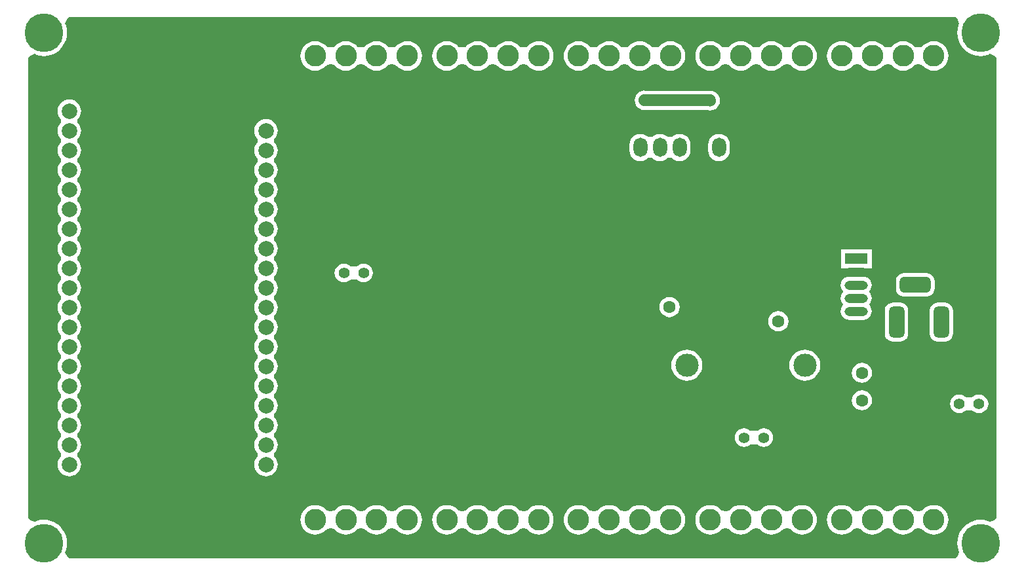
<source format=gtl>
G04 Layer_Physical_Order=1*
G04 Layer_Color=255*
%FSLAX25Y25*%
%MOIN*%
G70*
G01*
G75*
%ADD10C,0.05905*%
%ADD11C,0.01968*%
%ADD12C,0.06000*%
%ADD13C,0.05512*%
%ADD14C,0.11024*%
G04:AMPARAMS|DCode=15|XSize=157.48mil|YSize=78.74mil|CornerRadius=19.68mil|HoleSize=0mil|Usage=FLASHONLY|Rotation=0.000|XOffset=0mil|YOffset=0mil|HoleType=Round|Shape=RoundedRectangle|*
%AMROUNDEDRECTD15*
21,1,0.15748,0.03937,0,0,0.0*
21,1,0.11811,0.07874,0,0,0.0*
1,1,0.03937,0.05905,-0.01968*
1,1,0.03937,-0.05905,-0.01968*
1,1,0.03937,-0.05905,0.01968*
1,1,0.03937,0.05905,0.01968*
%
%ADD15ROUNDEDRECTD15*%
G04:AMPARAMS|DCode=16|XSize=157.48mil|YSize=78.74mil|CornerRadius=19.68mil|HoleSize=0mil|Usage=FLASHONLY|Rotation=270.000|XOffset=0mil|YOffset=0mil|HoleType=Round|Shape=RoundedRectangle|*
%AMROUNDEDRECTD16*
21,1,0.15748,0.03937,0,0,270.0*
21,1,0.11811,0.07874,0,0,270.0*
1,1,0.03937,-0.01968,-0.05905*
1,1,0.03937,-0.01968,0.05905*
1,1,0.03937,0.01968,0.05905*
1,1,0.03937,0.01968,-0.05905*
%
%ADD16ROUNDEDRECTD16*%
%ADD17C,0.11811*%
%ADD18C,0.07874*%
%ADD19C,0.06299*%
%ADD20O,0.11811X0.04724*%
%ADD21R,0.11811X0.05512*%
%ADD22O,0.07087X0.09842*%
%ADD23C,0.19685*%
G36*
X236387Y136555D02*
X237204Y134646D01*
X236764Y133582D01*
X236330Y131775D01*
X236184Y129921D01*
X236330Y128068D01*
X236764Y126260D01*
X237475Y124543D01*
X238447Y122957D01*
X239654Y121544D01*
X241068Y120336D01*
X242653Y119365D01*
X244370Y118654D01*
X246178Y118220D01*
X248031Y118074D01*
X249885Y118220D01*
X251693Y118654D01*
X252758Y119095D01*
X254663Y118280D01*
X255908Y117202D01*
X255936Y-117219D01*
X254632Y-118327D01*
X252787Y-119107D01*
X251693Y-118654D01*
X249885Y-118220D01*
X248031Y-118074D01*
X246178Y-118220D01*
X244370Y-118654D01*
X242653Y-119365D01*
X241068Y-120336D01*
X239654Y-121544D01*
X238447Y-122957D01*
X237475Y-124543D01*
X236764Y-126260D01*
X236330Y-128068D01*
X236184Y-129921D01*
X236330Y-131775D01*
X236764Y-133582D01*
X237204Y-134646D01*
X236387Y-136555D01*
X235311Y-137795D01*
X-215625D01*
X-216702Y-136555D01*
X-217519Y-134646D01*
X-217079Y-133582D01*
X-216645Y-131775D01*
X-216499Y-129921D01*
X-216645Y-128068D01*
X-217079Y-126260D01*
X-217790Y-124543D01*
X-218762Y-122957D01*
X-219969Y-121544D01*
X-221383Y-120336D01*
X-222968Y-119365D01*
X-224685Y-118654D01*
X-226493Y-118220D01*
X-228346Y-118074D01*
X-230200Y-118220D01*
X-232008Y-118654D01*
X-233071Y-119094D01*
X-234980Y-118277D01*
X-236221Y-117200D01*
X-236221Y117200D01*
X-234980Y118277D01*
X-233071Y119094D01*
X-232008Y118654D01*
X-230200Y118220D01*
X-228346Y118074D01*
X-226493Y118220D01*
X-224685Y118654D01*
X-222968Y119365D01*
X-221383Y120336D01*
X-219969Y121544D01*
X-218762Y122957D01*
X-217790Y124543D01*
X-217079Y126260D01*
X-216645Y128068D01*
X-216499Y129921D01*
X-216645Y131775D01*
X-217079Y133582D01*
X-217519Y134646D01*
X-216702Y136555D01*
X-215625Y137795D01*
X235311D01*
X236387Y136555D01*
D02*
G37*
%LPC*%
G36*
X247178Y-54264D02*
X245945Y-54426D01*
X244795Y-54902D01*
X244162Y-55388D01*
X243546Y-55659D01*
X240810D01*
X240194Y-55388D01*
X239561Y-54902D01*
X238411Y-54426D01*
X237178Y-54264D01*
X235945Y-54426D01*
X234795Y-54902D01*
X233808Y-55659D01*
X233051Y-56646D01*
X232575Y-57796D01*
X232413Y-59029D01*
X232575Y-60262D01*
X233051Y-61411D01*
X233808Y-62398D01*
X234795Y-63156D01*
X235945Y-63632D01*
X237178Y-63794D01*
X238411Y-63632D01*
X239561Y-63156D01*
X240194Y-62669D01*
X240810Y-62398D01*
X243546D01*
X244162Y-62669D01*
X244795Y-63156D01*
X245945Y-63632D01*
X247178Y-63794D01*
X248411Y-63632D01*
X249561Y-63156D01*
X250548Y-62398D01*
X251305Y-61411D01*
X251781Y-60262D01*
X251943Y-59029D01*
X251781Y-57796D01*
X251305Y-56646D01*
X250548Y-55659D01*
X249561Y-54902D01*
X248411Y-54426D01*
X247178Y-54264D01*
D02*
G37*
G36*
X137712Y-71490D02*
X136479Y-71652D01*
X135330Y-72128D01*
X134696Y-72615D01*
X134081Y-72886D01*
X131344D01*
X130729Y-72615D01*
X130095Y-72128D01*
X128946Y-71652D01*
X127712Y-71490D01*
X126479Y-71652D01*
X125330Y-72128D01*
X124343Y-72886D01*
X123586Y-73873D01*
X123110Y-75022D01*
X122947Y-76255D01*
X123110Y-77488D01*
X123586Y-78638D01*
X124343Y-79625D01*
X125330Y-80382D01*
X126479Y-80858D01*
X127712Y-81020D01*
X128946Y-80858D01*
X130095Y-80382D01*
X130729Y-79896D01*
X131344Y-79625D01*
X134081D01*
X134696Y-79896D01*
X135330Y-80382D01*
X136479Y-80858D01*
X137712Y-81020D01*
X138946Y-80858D01*
X140095Y-80382D01*
X141082Y-79625D01*
X141839Y-78638D01*
X142315Y-77488D01*
X142478Y-76255D01*
X142315Y-75022D01*
X141839Y-73873D01*
X141082Y-72886D01*
X140095Y-72128D01*
X138946Y-71652D01*
X137712Y-71490D01*
D02*
G37*
G36*
X187634Y-52103D02*
X186298Y-52279D01*
X185053Y-52794D01*
X183984Y-53615D01*
X183163Y-54684D01*
X182648Y-55929D01*
X182472Y-57265D01*
X182648Y-58601D01*
X183163Y-59846D01*
X183984Y-60915D01*
X185053Y-61735D01*
X186298Y-62251D01*
X187634Y-62427D01*
X188970Y-62251D01*
X190215Y-61735D01*
X191284Y-60915D01*
X192105Y-59846D01*
X192620Y-58601D01*
X192796Y-57265D01*
X192620Y-55929D01*
X192105Y-54684D01*
X191284Y-53615D01*
X190215Y-52794D01*
X188970Y-52279D01*
X187634Y-52103D01*
D02*
G37*
G36*
X158637Y-31536D02*
X157093Y-31688D01*
X155609Y-32139D01*
X154241Y-32870D01*
X153042Y-33854D01*
X152058Y-35053D01*
X151327Y-36421D01*
X150877Y-37905D01*
X150725Y-39449D01*
X150877Y-40992D01*
X151327Y-42476D01*
X152058Y-43844D01*
X153042Y-45043D01*
X154241Y-46027D01*
X155609Y-46758D01*
X157093Y-47209D01*
X158637Y-47361D01*
X160180Y-47209D01*
X161665Y-46758D01*
X163033Y-46027D01*
X164232Y-45043D01*
X165216Y-43844D01*
X165947Y-42476D01*
X166397Y-40992D01*
X166549Y-39449D01*
X166397Y-37905D01*
X165947Y-36421D01*
X165216Y-35053D01*
X164232Y-33854D01*
X163033Y-32870D01*
X161665Y-32139D01*
X160180Y-31688D01*
X158637Y-31536D01*
D02*
G37*
G36*
X207213Y-7563D02*
X203276D01*
X202249Y-7698D01*
X201291Y-8095D01*
X200469Y-8726D01*
X199838Y-9548D01*
X199441Y-10506D01*
X199305Y-11534D01*
Y-23345D01*
X199441Y-24372D01*
X199838Y-25330D01*
X200469Y-26153D01*
X201291Y-26784D01*
X202249Y-27180D01*
X203276Y-27316D01*
X207213D01*
X208241Y-27180D01*
X209199Y-26784D01*
X210021Y-26153D01*
X210652Y-25330D01*
X211049Y-24372D01*
X211185Y-23345D01*
Y-11534D01*
X211049Y-10506D01*
X210652Y-9548D01*
X210021Y-8726D01*
X209199Y-8095D01*
X208241Y-7698D01*
X207213Y-7563D01*
D02*
G37*
G36*
X187634Y-38103D02*
X186298Y-38278D01*
X185053Y-38794D01*
X183984Y-39615D01*
X183163Y-40684D01*
X182648Y-41929D01*
X182472Y-43265D01*
X182648Y-44601D01*
X183163Y-45846D01*
X183984Y-46915D01*
X185053Y-47736D01*
X186298Y-48251D01*
X187634Y-48427D01*
X188970Y-48251D01*
X190215Y-47736D01*
X191284Y-46915D01*
X192105Y-45846D01*
X192620Y-44601D01*
X192796Y-43265D01*
X192620Y-41929D01*
X192105Y-40684D01*
X191284Y-39615D01*
X190215Y-38794D01*
X188970Y-38278D01*
X187634Y-38103D01*
D02*
G37*
G36*
X98637Y-31536D02*
X97093Y-31688D01*
X95609Y-32139D01*
X94241Y-32870D01*
X93042Y-33854D01*
X92058Y-35053D01*
X91327Y-36421D01*
X90877Y-37905D01*
X90725Y-39449D01*
X90877Y-40992D01*
X91327Y-42476D01*
X92058Y-43844D01*
X93042Y-45043D01*
X94241Y-46027D01*
X95609Y-46758D01*
X97093Y-47209D01*
X98637Y-47361D01*
X100180Y-47209D01*
X101665Y-46758D01*
X103033Y-46027D01*
X104232Y-45043D01*
X105216Y-43844D01*
X105947Y-42476D01*
X106397Y-40992D01*
X106549Y-39449D01*
X106397Y-37905D01*
X105947Y-36421D01*
X105216Y-35053D01*
X104232Y-33854D01*
X103033Y-32870D01*
X101665Y-32139D01*
X100180Y-31688D01*
X98637Y-31536D01*
D02*
G37*
G36*
X90315Y-110594D02*
X88849Y-110738D01*
X87438Y-111166D01*
X86139Y-111861D01*
X85000Y-112795D01*
X84356Y-113580D01*
X82520Y-113807D01*
X80683Y-113580D01*
X80039Y-112795D01*
X78900Y-111861D01*
X77601Y-111166D01*
X76191Y-110738D01*
X74724Y-110594D01*
X73258Y-110738D01*
X71848Y-111166D01*
X70548Y-111861D01*
X69409Y-112795D01*
X68765Y-113580D01*
X66929Y-113807D01*
X65093Y-113580D01*
X64449Y-112795D01*
X63310Y-111861D01*
X62010Y-111166D01*
X60600Y-110738D01*
X59134Y-110594D01*
X57667Y-110738D01*
X56257Y-111166D01*
X54958Y-111861D01*
X53819Y-112795D01*
X53175Y-113580D01*
X51339Y-113807D01*
X49502Y-113580D01*
X48858Y-112795D01*
X47719Y-111861D01*
X46420Y-111166D01*
X45010Y-110738D01*
X43543Y-110594D01*
X42077Y-110738D01*
X40667Y-111166D01*
X39367Y-111861D01*
X38228Y-112795D01*
X37293Y-113934D01*
X36599Y-115234D01*
X36171Y-116644D01*
X36027Y-118110D01*
X36171Y-119577D01*
X36599Y-120987D01*
X37293Y-122286D01*
X38228Y-123425D01*
X39367Y-124360D01*
X40667Y-125055D01*
X42077Y-125482D01*
X43543Y-125627D01*
X45010Y-125482D01*
X46420Y-125055D01*
X47719Y-124360D01*
X48858Y-123425D01*
X49502Y-122641D01*
X51339Y-122413D01*
X53175Y-122641D01*
X53819Y-123425D01*
X54958Y-124360D01*
X56257Y-125055D01*
X57667Y-125482D01*
X59134Y-125627D01*
X60600Y-125482D01*
X62010Y-125055D01*
X63310Y-124360D01*
X64449Y-123425D01*
X65093Y-122641D01*
X66929Y-122413D01*
X68765Y-122641D01*
X69409Y-123425D01*
X70548Y-124360D01*
X71848Y-125055D01*
X73258Y-125482D01*
X74724Y-125627D01*
X76191Y-125482D01*
X77601Y-125055D01*
X78900Y-124360D01*
X80039Y-123425D01*
X80683Y-122641D01*
X82520Y-122413D01*
X84356Y-122641D01*
X85000Y-123425D01*
X86139Y-124360D01*
X87438Y-125055D01*
X88849Y-125482D01*
X90315Y-125627D01*
X91781Y-125482D01*
X93191Y-125055D01*
X94491Y-124360D01*
X95630Y-123425D01*
X96565Y-122286D01*
X97259Y-120987D01*
X97687Y-119577D01*
X97831Y-118110D01*
X97687Y-116644D01*
X97259Y-115234D01*
X96565Y-113934D01*
X95630Y-112795D01*
X94491Y-111861D01*
X93191Y-111166D01*
X91781Y-110738D01*
X90315Y-110594D01*
D02*
G37*
G36*
X23386D02*
X21919Y-110738D01*
X20509Y-111166D01*
X19210Y-111861D01*
X18071Y-112795D01*
X17427Y-113580D01*
X15591Y-113807D01*
X13754Y-113580D01*
X13110Y-112795D01*
X11971Y-111861D01*
X10672Y-111166D01*
X9262Y-110738D01*
X7795Y-110594D01*
X6329Y-110738D01*
X4919Y-111166D01*
X3619Y-111861D01*
X2480Y-112795D01*
X1836Y-113580D01*
X0Y-113807D01*
X-1836Y-113580D01*
X-2480Y-112795D01*
X-3619Y-111861D01*
X-4919Y-111166D01*
X-6329Y-110738D01*
X-7795Y-110594D01*
X-9262Y-110738D01*
X-10672Y-111166D01*
X-11971Y-111861D01*
X-13110Y-112795D01*
X-13754Y-113580D01*
X-15591Y-113807D01*
X-17427Y-113580D01*
X-18071Y-112795D01*
X-19210Y-111861D01*
X-20509Y-111166D01*
X-21919Y-110738D01*
X-23386Y-110594D01*
X-24852Y-110738D01*
X-26262Y-111166D01*
X-27562Y-111861D01*
X-28701Y-112795D01*
X-29636Y-113934D01*
X-30330Y-115234D01*
X-30758Y-116644D01*
X-30902Y-118110D01*
X-30758Y-119577D01*
X-30330Y-120987D01*
X-29636Y-122286D01*
X-28701Y-123425D01*
X-27562Y-124360D01*
X-26262Y-125055D01*
X-24852Y-125482D01*
X-23386Y-125627D01*
X-21919Y-125482D01*
X-20509Y-125055D01*
X-19210Y-124360D01*
X-18071Y-123425D01*
X-17427Y-122641D01*
X-15591Y-122413D01*
X-13754Y-122641D01*
X-13110Y-123425D01*
X-11971Y-124360D01*
X-10672Y-125055D01*
X-9262Y-125482D01*
X-7795Y-125627D01*
X-6329Y-125482D01*
X-4919Y-125055D01*
X-3619Y-124360D01*
X-2480Y-123425D01*
X-1836Y-122641D01*
X0Y-122413D01*
X1836Y-122641D01*
X2480Y-123425D01*
X3619Y-124360D01*
X4919Y-125055D01*
X6329Y-125482D01*
X7795Y-125627D01*
X9262Y-125482D01*
X10672Y-125055D01*
X11971Y-124360D01*
X13110Y-123425D01*
X13754Y-122641D01*
X15591Y-122413D01*
X17427Y-122641D01*
X18071Y-123425D01*
X19210Y-124360D01*
X20509Y-125055D01*
X21919Y-125482D01*
X23386Y-125627D01*
X24852Y-125482D01*
X26262Y-125055D01*
X27562Y-124360D01*
X28701Y-123425D01*
X29636Y-122286D01*
X30330Y-120987D01*
X30758Y-119577D01*
X30902Y-118110D01*
X30758Y-116644D01*
X30330Y-115234D01*
X29636Y-113934D01*
X28701Y-112795D01*
X27562Y-111861D01*
X26262Y-111166D01*
X24852Y-110738D01*
X23386Y-110594D01*
D02*
G37*
G36*
X-43543D02*
X-45010Y-110738D01*
X-46420Y-111166D01*
X-47719Y-111861D01*
X-48858Y-112795D01*
X-49502Y-113580D01*
X-51339Y-113807D01*
X-53175Y-113580D01*
X-53819Y-112795D01*
X-54958Y-111861D01*
X-56257Y-111166D01*
X-57667Y-110738D01*
X-59134Y-110594D01*
X-60600Y-110738D01*
X-62010Y-111166D01*
X-63310Y-111861D01*
X-64449Y-112795D01*
X-65093Y-113580D01*
X-66929Y-113807D01*
X-68765Y-113580D01*
X-69409Y-112795D01*
X-70548Y-111861D01*
X-71848Y-111166D01*
X-73258Y-110738D01*
X-74724Y-110594D01*
X-76191Y-110738D01*
X-77601Y-111166D01*
X-78900Y-111861D01*
X-80039Y-112795D01*
X-80683Y-113580D01*
X-82520Y-113807D01*
X-84356Y-113580D01*
X-85000Y-112795D01*
X-86139Y-111861D01*
X-87438Y-111166D01*
X-88849Y-110738D01*
X-90315Y-110594D01*
X-91781Y-110738D01*
X-93191Y-111166D01*
X-94491Y-111861D01*
X-95630Y-112795D01*
X-96565Y-113934D01*
X-97259Y-115234D01*
X-97687Y-116644D01*
X-97831Y-118110D01*
X-97687Y-119577D01*
X-97259Y-120987D01*
X-96565Y-122286D01*
X-95630Y-123425D01*
X-94491Y-124360D01*
X-93191Y-125055D01*
X-91781Y-125482D01*
X-90315Y-125627D01*
X-88849Y-125482D01*
X-87438Y-125055D01*
X-86139Y-124360D01*
X-85000Y-123425D01*
X-84356Y-122641D01*
X-82520Y-122413D01*
X-80683Y-122641D01*
X-80039Y-123425D01*
X-78900Y-124360D01*
X-77601Y-125055D01*
X-76191Y-125482D01*
X-74724Y-125627D01*
X-73258Y-125482D01*
X-71848Y-125055D01*
X-70548Y-124360D01*
X-69409Y-123425D01*
X-68765Y-122641D01*
X-66929Y-122413D01*
X-65093Y-122641D01*
X-64449Y-123425D01*
X-63310Y-124360D01*
X-62010Y-125055D01*
X-60600Y-125482D01*
X-59134Y-125627D01*
X-57667Y-125482D01*
X-56257Y-125055D01*
X-54958Y-124360D01*
X-53819Y-123425D01*
X-53175Y-122641D01*
X-51339Y-122413D01*
X-49502Y-122641D01*
X-48858Y-123425D01*
X-47719Y-124360D01*
X-46420Y-125055D01*
X-45010Y-125482D01*
X-43543Y-125627D01*
X-42077Y-125482D01*
X-40667Y-125055D01*
X-39367Y-124360D01*
X-38228Y-123425D01*
X-37293Y-122286D01*
X-36599Y-120987D01*
X-36171Y-119577D01*
X-36027Y-118110D01*
X-36171Y-116644D01*
X-36599Y-115234D01*
X-37293Y-113934D01*
X-38228Y-112795D01*
X-39367Y-111861D01*
X-40667Y-111166D01*
X-42077Y-110738D01*
X-43543Y-110594D01*
D02*
G37*
G36*
X157244D02*
X155778Y-110738D01*
X154368Y-111166D01*
X153068Y-111861D01*
X151929Y-112795D01*
X151285Y-113580D01*
X149449Y-113807D01*
X147613Y-113580D01*
X146968Y-112795D01*
X145829Y-111861D01*
X144530Y-111166D01*
X143120Y-110738D01*
X141654Y-110594D01*
X140187Y-110738D01*
X138777Y-111166D01*
X137478Y-111861D01*
X136339Y-112795D01*
X135695Y-113580D01*
X133858Y-113807D01*
X132022Y-113580D01*
X131378Y-112795D01*
X130239Y-111861D01*
X128939Y-111166D01*
X127529Y-110738D01*
X126063Y-110594D01*
X124597Y-110738D01*
X123187Y-111166D01*
X121887Y-111861D01*
X120748Y-112795D01*
X120104Y-113580D01*
X118268Y-113807D01*
X116431Y-113580D01*
X115787Y-112795D01*
X114648Y-111861D01*
X113349Y-111166D01*
X111939Y-110738D01*
X110472Y-110594D01*
X109006Y-110738D01*
X107596Y-111166D01*
X106297Y-111861D01*
X105157Y-112795D01*
X104223Y-113934D01*
X103528Y-115234D01*
X103100Y-116644D01*
X102956Y-118110D01*
X103100Y-119577D01*
X103528Y-120987D01*
X104223Y-122286D01*
X105157Y-123425D01*
X106297Y-124360D01*
X107596Y-125055D01*
X109006Y-125482D01*
X110472Y-125627D01*
X111939Y-125482D01*
X113349Y-125055D01*
X114648Y-124360D01*
X115787Y-123425D01*
X116431Y-122641D01*
X118268Y-122413D01*
X120104Y-122641D01*
X120748Y-123425D01*
X121887Y-124360D01*
X123187Y-125055D01*
X124597Y-125482D01*
X126063Y-125627D01*
X127529Y-125482D01*
X128939Y-125055D01*
X130239Y-124360D01*
X131378Y-123425D01*
X132022Y-122641D01*
X133858Y-122413D01*
X135695Y-122641D01*
X136339Y-123425D01*
X137478Y-124360D01*
X138777Y-125055D01*
X140187Y-125482D01*
X141654Y-125627D01*
X143120Y-125482D01*
X144530Y-125055D01*
X145829Y-124360D01*
X146968Y-123425D01*
X147613Y-122641D01*
X149449Y-122413D01*
X151285Y-122641D01*
X151929Y-123425D01*
X153068Y-124360D01*
X154368Y-125055D01*
X155778Y-125482D01*
X157244Y-125627D01*
X158711Y-125482D01*
X160121Y-125055D01*
X161420Y-124360D01*
X162559Y-123425D01*
X163494Y-122286D01*
X164188Y-120987D01*
X164616Y-119577D01*
X164761Y-118110D01*
X164616Y-116644D01*
X164188Y-115234D01*
X163494Y-113934D01*
X162559Y-112795D01*
X161420Y-111861D01*
X160121Y-111166D01*
X158711Y-110738D01*
X157244Y-110594D01*
D02*
G37*
G36*
X-115354Y85934D02*
X-116512Y85820D01*
X-117625Y85482D01*
X-118651Y84934D01*
X-119550Y84196D01*
X-120288Y83297D01*
X-120837Y82271D01*
X-121174Y81158D01*
X-121288Y80000D01*
X-121174Y78842D01*
X-120837Y77729D01*
X-120288Y76703D01*
X-119550Y75804D01*
Y74196D01*
X-120288Y73297D01*
X-120837Y72271D01*
X-121174Y71158D01*
X-121288Y70000D01*
X-121174Y68842D01*
X-120837Y67729D01*
X-120288Y66703D01*
X-119550Y65804D01*
Y64196D01*
X-120288Y63297D01*
X-120837Y62271D01*
X-121174Y61158D01*
X-121288Y60000D01*
X-121174Y58842D01*
X-120837Y57729D01*
X-120288Y56703D01*
X-119550Y55804D01*
Y54196D01*
X-120288Y53297D01*
X-120837Y52271D01*
X-121174Y51158D01*
X-121288Y50000D01*
X-121174Y48842D01*
X-120837Y47729D01*
X-120288Y46703D01*
X-119550Y45804D01*
Y44196D01*
X-120288Y43297D01*
X-120837Y42271D01*
X-121174Y41158D01*
X-121288Y40000D01*
X-121174Y38842D01*
X-120837Y37729D01*
X-120288Y36703D01*
X-119550Y35804D01*
Y34196D01*
X-120288Y33297D01*
X-120837Y32271D01*
X-121174Y31158D01*
X-121288Y30000D01*
X-121174Y28842D01*
X-120837Y27729D01*
X-120288Y26703D01*
X-119550Y25804D01*
Y24196D01*
X-120288Y23297D01*
X-120837Y22271D01*
X-121174Y21158D01*
X-121288Y20000D01*
X-121174Y18842D01*
X-120837Y17729D01*
X-120288Y16703D01*
X-119550Y15804D01*
Y14196D01*
X-120288Y13297D01*
X-120837Y12271D01*
X-121174Y11158D01*
X-121288Y10000D01*
X-121174Y8842D01*
X-120837Y7729D01*
X-120288Y6703D01*
X-119550Y5804D01*
Y4196D01*
X-120288Y3297D01*
X-120837Y2271D01*
X-121174Y1158D01*
X-121288Y0D01*
X-121174Y-1158D01*
X-120837Y-2271D01*
X-120288Y-3297D01*
X-119550Y-4196D01*
Y-5804D01*
X-120288Y-6703D01*
X-120837Y-7729D01*
X-121174Y-8842D01*
X-121288Y-10000D01*
X-121174Y-11158D01*
X-120837Y-12271D01*
X-120288Y-13297D01*
X-119550Y-14196D01*
Y-15804D01*
X-120288Y-16703D01*
X-120837Y-17729D01*
X-121174Y-18842D01*
X-121288Y-20000D01*
X-121174Y-21158D01*
X-120837Y-22271D01*
X-120288Y-23297D01*
X-119550Y-24196D01*
Y-25804D01*
X-120288Y-26703D01*
X-120837Y-27729D01*
X-121174Y-28842D01*
X-121288Y-30000D01*
X-121174Y-31158D01*
X-120837Y-32271D01*
X-120288Y-33297D01*
X-119550Y-34196D01*
Y-35804D01*
X-120288Y-36703D01*
X-120837Y-37729D01*
X-121174Y-38842D01*
X-121288Y-40000D01*
X-121174Y-41158D01*
X-120837Y-42271D01*
X-120288Y-43297D01*
X-119550Y-44196D01*
Y-45804D01*
X-120288Y-46703D01*
X-120837Y-47729D01*
X-121174Y-48842D01*
X-121288Y-50000D01*
X-121174Y-51158D01*
X-120837Y-52271D01*
X-120288Y-53297D01*
X-119550Y-54196D01*
Y-55804D01*
X-120288Y-56703D01*
X-120837Y-57729D01*
X-121174Y-58842D01*
X-121288Y-60000D01*
X-121174Y-61158D01*
X-120837Y-62271D01*
X-120288Y-63297D01*
X-119550Y-64196D01*
Y-65804D01*
X-120288Y-66703D01*
X-120837Y-67729D01*
X-121174Y-68842D01*
X-121288Y-70000D01*
X-121174Y-71158D01*
X-120837Y-72271D01*
X-120288Y-73297D01*
X-119550Y-74196D01*
Y-75804D01*
X-120288Y-76703D01*
X-120837Y-77729D01*
X-121174Y-78842D01*
X-121288Y-80000D01*
X-121174Y-81158D01*
X-120837Y-82271D01*
X-120288Y-83297D01*
X-119550Y-84196D01*
Y-85804D01*
X-120288Y-86703D01*
X-120837Y-87729D01*
X-121174Y-88842D01*
X-121288Y-90000D01*
X-121174Y-91158D01*
X-120837Y-92271D01*
X-120288Y-93297D01*
X-119550Y-94196D01*
X-118651Y-94934D01*
X-117625Y-95482D01*
X-116512Y-95820D01*
X-115354Y-95934D01*
X-114197Y-95820D01*
X-113084Y-95482D01*
X-112057Y-94934D01*
X-111158Y-94196D01*
X-110420Y-93297D01*
X-109872Y-92271D01*
X-109534Y-91158D01*
X-109420Y-90000D01*
X-109534Y-88842D01*
X-109872Y-87729D01*
X-110420Y-86703D01*
X-111158Y-85804D01*
Y-84196D01*
X-110420Y-83297D01*
X-109872Y-82271D01*
X-109534Y-81158D01*
X-109420Y-80000D01*
X-109534Y-78842D01*
X-109872Y-77729D01*
X-110420Y-76703D01*
X-111158Y-75804D01*
Y-74196D01*
X-110420Y-73297D01*
X-109872Y-72271D01*
X-109534Y-71158D01*
X-109420Y-70000D01*
X-109534Y-68842D01*
X-109872Y-67729D01*
X-110420Y-66703D01*
X-111158Y-65804D01*
Y-64196D01*
X-110420Y-63297D01*
X-109872Y-62271D01*
X-109534Y-61158D01*
X-109420Y-60000D01*
X-109534Y-58842D01*
X-109872Y-57729D01*
X-110420Y-56703D01*
X-111158Y-55804D01*
Y-54196D01*
X-110420Y-53297D01*
X-109872Y-52271D01*
X-109534Y-51158D01*
X-109420Y-50000D01*
X-109534Y-48842D01*
X-109872Y-47729D01*
X-110420Y-46703D01*
X-111158Y-45804D01*
Y-44196D01*
X-110420Y-43297D01*
X-109872Y-42271D01*
X-109534Y-41158D01*
X-109420Y-40000D01*
X-109534Y-38842D01*
X-109872Y-37729D01*
X-110420Y-36703D01*
X-111158Y-35804D01*
Y-34196D01*
X-110420Y-33297D01*
X-109872Y-32271D01*
X-109534Y-31158D01*
X-109420Y-30000D01*
X-109534Y-28842D01*
X-109872Y-27729D01*
X-110420Y-26703D01*
X-111158Y-25804D01*
Y-24196D01*
X-110420Y-23297D01*
X-109872Y-22271D01*
X-109534Y-21158D01*
X-109420Y-20000D01*
X-109534Y-18842D01*
X-109872Y-17729D01*
X-110420Y-16703D01*
X-111158Y-15804D01*
Y-14196D01*
X-110420Y-13297D01*
X-109872Y-12271D01*
X-109534Y-11158D01*
X-109420Y-10000D01*
X-109534Y-8842D01*
X-109872Y-7729D01*
X-110420Y-6703D01*
X-111158Y-5804D01*
Y-4196D01*
X-110420Y-3297D01*
X-109872Y-2271D01*
X-109534Y-1158D01*
X-109420Y0D01*
X-109534Y1158D01*
X-109872Y2271D01*
X-110420Y3297D01*
X-111158Y4196D01*
Y5804D01*
X-110420Y6703D01*
X-109872Y7729D01*
X-109534Y8842D01*
X-109420Y10000D01*
X-109534Y11158D01*
X-109872Y12271D01*
X-110420Y13297D01*
X-111158Y14196D01*
Y15804D01*
X-110420Y16703D01*
X-109872Y17729D01*
X-109534Y18842D01*
X-109420Y20000D01*
X-109534Y21158D01*
X-109872Y22271D01*
X-110420Y23297D01*
X-111158Y24196D01*
Y25804D01*
X-110420Y26703D01*
X-109872Y27729D01*
X-109534Y28842D01*
X-109420Y30000D01*
X-109534Y31158D01*
X-109872Y32271D01*
X-110420Y33297D01*
X-111158Y34196D01*
Y35804D01*
X-110420Y36703D01*
X-109872Y37729D01*
X-109534Y38842D01*
X-109420Y40000D01*
X-109534Y41158D01*
X-109872Y42271D01*
X-110420Y43297D01*
X-111158Y44196D01*
Y45804D01*
X-110420Y46703D01*
X-109872Y47729D01*
X-109534Y48842D01*
X-109420Y50000D01*
X-109534Y51158D01*
X-109872Y52271D01*
X-110420Y53297D01*
X-111158Y54196D01*
Y55804D01*
X-110420Y56703D01*
X-109872Y57729D01*
X-109534Y58842D01*
X-109420Y60000D01*
X-109534Y61158D01*
X-109872Y62271D01*
X-110420Y63297D01*
X-111158Y64196D01*
Y65804D01*
X-110420Y66703D01*
X-109872Y67729D01*
X-109534Y68842D01*
X-109420Y70000D01*
X-109534Y71158D01*
X-109872Y72271D01*
X-110420Y73297D01*
X-111158Y74196D01*
Y75804D01*
X-110420Y76703D01*
X-109872Y77729D01*
X-109534Y78842D01*
X-109420Y80000D01*
X-109534Y81158D01*
X-109872Y82271D01*
X-110420Y83297D01*
X-111158Y84196D01*
X-112057Y84934D01*
X-113084Y85482D01*
X-114197Y85820D01*
X-115354Y85934D01*
D02*
G37*
G36*
X-215354Y95934D02*
X-216512Y95820D01*
X-217625Y95482D01*
X-218651Y94934D01*
X-219550Y94196D01*
X-220288Y93297D01*
X-220837Y92271D01*
X-221174Y91158D01*
X-221288Y90000D01*
X-221174Y88842D01*
X-220837Y87729D01*
X-220288Y86703D01*
X-219550Y85804D01*
Y84196D01*
X-220288Y83297D01*
X-220837Y82271D01*
X-221174Y81158D01*
X-221288Y80000D01*
X-221174Y78842D01*
X-220837Y77729D01*
X-220288Y76703D01*
X-219550Y75804D01*
Y74196D01*
X-220288Y73297D01*
X-220837Y72271D01*
X-221174Y71158D01*
X-221288Y70000D01*
X-221174Y68842D01*
X-220837Y67729D01*
X-220288Y66703D01*
X-219550Y65804D01*
Y64196D01*
X-220288Y63297D01*
X-220837Y62271D01*
X-221174Y61158D01*
X-221288Y60000D01*
X-221174Y58842D01*
X-220837Y57729D01*
X-220288Y56703D01*
X-219550Y55804D01*
Y54196D01*
X-220288Y53297D01*
X-220837Y52271D01*
X-221174Y51158D01*
X-221288Y50000D01*
X-221174Y48842D01*
X-220837Y47729D01*
X-220288Y46703D01*
X-219550Y45804D01*
Y44196D01*
X-220288Y43297D01*
X-220837Y42271D01*
X-221174Y41158D01*
X-221288Y40000D01*
X-221174Y38842D01*
X-220837Y37729D01*
X-220288Y36703D01*
X-219550Y35804D01*
Y34196D01*
X-220288Y33297D01*
X-220837Y32271D01*
X-221174Y31158D01*
X-221288Y30000D01*
X-221174Y28842D01*
X-220837Y27729D01*
X-220288Y26703D01*
X-219550Y25804D01*
Y24196D01*
X-220288Y23297D01*
X-220837Y22271D01*
X-221174Y21158D01*
X-221288Y20000D01*
X-221174Y18842D01*
X-220837Y17729D01*
X-220288Y16703D01*
X-219550Y15804D01*
Y14196D01*
X-220288Y13297D01*
X-220837Y12271D01*
X-221174Y11158D01*
X-221288Y10000D01*
X-221174Y8842D01*
X-220837Y7729D01*
X-220288Y6703D01*
X-219550Y5804D01*
Y4196D01*
X-220288Y3297D01*
X-220837Y2271D01*
X-221174Y1158D01*
X-221288Y0D01*
X-221174Y-1158D01*
X-220837Y-2271D01*
X-220288Y-3297D01*
X-219550Y-4196D01*
Y-5804D01*
X-220288Y-6703D01*
X-220837Y-7729D01*
X-221174Y-8842D01*
X-221288Y-10000D01*
X-221174Y-11158D01*
X-220837Y-12271D01*
X-220288Y-13297D01*
X-219550Y-14196D01*
Y-15804D01*
X-220288Y-16703D01*
X-220837Y-17729D01*
X-221174Y-18842D01*
X-221288Y-20000D01*
X-221174Y-21158D01*
X-220837Y-22271D01*
X-220288Y-23297D01*
X-219550Y-24196D01*
Y-25804D01*
X-220288Y-26703D01*
X-220837Y-27729D01*
X-221174Y-28842D01*
X-221288Y-30000D01*
X-221174Y-31158D01*
X-220837Y-32271D01*
X-220288Y-33297D01*
X-219550Y-34196D01*
Y-35804D01*
X-220288Y-36703D01*
X-220837Y-37729D01*
X-221174Y-38842D01*
X-221288Y-40000D01*
X-221174Y-41158D01*
X-220837Y-42271D01*
X-220288Y-43297D01*
X-219550Y-44196D01*
Y-45804D01*
X-220288Y-46703D01*
X-220837Y-47729D01*
X-221174Y-48842D01*
X-221288Y-50000D01*
X-221174Y-51158D01*
X-220837Y-52271D01*
X-220288Y-53297D01*
X-219550Y-54196D01*
Y-55804D01*
X-220288Y-56703D01*
X-220837Y-57729D01*
X-221174Y-58842D01*
X-221288Y-60000D01*
X-221174Y-61158D01*
X-220837Y-62271D01*
X-220288Y-63297D01*
X-219550Y-64196D01*
Y-65804D01*
X-220288Y-66703D01*
X-220837Y-67729D01*
X-221174Y-68842D01*
X-221288Y-70000D01*
X-221174Y-71158D01*
X-220837Y-72271D01*
X-220288Y-73297D01*
X-219550Y-74196D01*
Y-75804D01*
X-220288Y-76703D01*
X-220837Y-77729D01*
X-221174Y-78842D01*
X-221288Y-80000D01*
X-221174Y-81158D01*
X-220837Y-82271D01*
X-220288Y-83297D01*
X-219550Y-84196D01*
Y-85804D01*
X-220288Y-86703D01*
X-220837Y-87729D01*
X-221174Y-88842D01*
X-221288Y-90000D01*
X-221174Y-91158D01*
X-220837Y-92271D01*
X-220288Y-93297D01*
X-219550Y-94196D01*
X-218651Y-94934D01*
X-217625Y-95482D01*
X-216512Y-95820D01*
X-215354Y-95934D01*
X-214197Y-95820D01*
X-213084Y-95482D01*
X-212057Y-94934D01*
X-211158Y-94196D01*
X-210420Y-93297D01*
X-209872Y-92271D01*
X-209534Y-91158D01*
X-209420Y-90000D01*
X-209534Y-88842D01*
X-209872Y-87729D01*
X-210420Y-86703D01*
X-211158Y-85804D01*
Y-84196D01*
X-210420Y-83297D01*
X-209872Y-82271D01*
X-209534Y-81158D01*
X-209420Y-80000D01*
X-209534Y-78842D01*
X-209872Y-77729D01*
X-210420Y-76703D01*
X-211158Y-75804D01*
Y-74196D01*
X-210420Y-73297D01*
X-209872Y-72271D01*
X-209534Y-71158D01*
X-209420Y-70000D01*
X-209534Y-68842D01*
X-209872Y-67729D01*
X-210420Y-66703D01*
X-211158Y-65804D01*
Y-64196D01*
X-210420Y-63297D01*
X-209872Y-62271D01*
X-209534Y-61158D01*
X-209420Y-60000D01*
X-209534Y-58842D01*
X-209872Y-57729D01*
X-210420Y-56703D01*
X-211158Y-55804D01*
Y-54196D01*
X-210420Y-53297D01*
X-209872Y-52271D01*
X-209534Y-51158D01*
X-209420Y-50000D01*
X-209534Y-48842D01*
X-209872Y-47729D01*
X-210420Y-46703D01*
X-211158Y-45804D01*
Y-44196D01*
X-210420Y-43297D01*
X-209872Y-42271D01*
X-209534Y-41158D01*
X-209420Y-40000D01*
X-209534Y-38842D01*
X-209872Y-37729D01*
X-210420Y-36703D01*
X-211158Y-35804D01*
Y-34196D01*
X-210420Y-33297D01*
X-209872Y-32271D01*
X-209534Y-31158D01*
X-209420Y-30000D01*
X-209534Y-28842D01*
X-209872Y-27729D01*
X-210420Y-26703D01*
X-211158Y-25804D01*
Y-24196D01*
X-210420Y-23297D01*
X-209872Y-22271D01*
X-209534Y-21158D01*
X-209420Y-20000D01*
X-209534Y-18842D01*
X-209872Y-17729D01*
X-210420Y-16703D01*
X-211158Y-15804D01*
Y-14196D01*
X-210420Y-13297D01*
X-209872Y-12271D01*
X-209534Y-11158D01*
X-209420Y-10000D01*
X-209534Y-8842D01*
X-209872Y-7729D01*
X-210420Y-6703D01*
X-211158Y-5804D01*
Y-4196D01*
X-210420Y-3297D01*
X-209872Y-2271D01*
X-209534Y-1158D01*
X-209420Y0D01*
X-209534Y1158D01*
X-209872Y2271D01*
X-210420Y3297D01*
X-211158Y4196D01*
Y5804D01*
X-210420Y6703D01*
X-209872Y7729D01*
X-209534Y8842D01*
X-209420Y10000D01*
X-209534Y11158D01*
X-209872Y12271D01*
X-210420Y13297D01*
X-211158Y14196D01*
Y15804D01*
X-210420Y16703D01*
X-209872Y17729D01*
X-209534Y18842D01*
X-209420Y20000D01*
X-209534Y21158D01*
X-209872Y22271D01*
X-210420Y23297D01*
X-211158Y24196D01*
Y25804D01*
X-210420Y26703D01*
X-209872Y27729D01*
X-209534Y28842D01*
X-209420Y30000D01*
X-209534Y31158D01*
X-209872Y32271D01*
X-210420Y33297D01*
X-211158Y34196D01*
Y35804D01*
X-210420Y36703D01*
X-209872Y37729D01*
X-209534Y38842D01*
X-209420Y40000D01*
X-209534Y41158D01*
X-209872Y42271D01*
X-210420Y43297D01*
X-211158Y44196D01*
Y45804D01*
X-210420Y46703D01*
X-209872Y47729D01*
X-209534Y48842D01*
X-209420Y50000D01*
X-209534Y51158D01*
X-209872Y52271D01*
X-210420Y53297D01*
X-211158Y54196D01*
Y55804D01*
X-210420Y56703D01*
X-209872Y57729D01*
X-209534Y58842D01*
X-209420Y60000D01*
X-209534Y61158D01*
X-209872Y62271D01*
X-210420Y63297D01*
X-211158Y64196D01*
Y65804D01*
X-210420Y66703D01*
X-209872Y67729D01*
X-209534Y68842D01*
X-209420Y70000D01*
X-209534Y71158D01*
X-209872Y72271D01*
X-210420Y73297D01*
X-211158Y74196D01*
Y75804D01*
X-210420Y76703D01*
X-209872Y77729D01*
X-209534Y78842D01*
X-209420Y80000D01*
X-209534Y81158D01*
X-209872Y82271D01*
X-210420Y83297D01*
X-211158Y84196D01*
Y85804D01*
X-210420Y86703D01*
X-209872Y87729D01*
X-209534Y88842D01*
X-209420Y90000D01*
X-209534Y91158D01*
X-209872Y92271D01*
X-210420Y93297D01*
X-211158Y94196D01*
X-212057Y94934D01*
X-213084Y95482D01*
X-214197Y95820D01*
X-215354Y95934D01*
D02*
G37*
G36*
X224173Y-110594D02*
X222707Y-110738D01*
X221297Y-111166D01*
X219997Y-111861D01*
X218858Y-112795D01*
X218214Y-113580D01*
X216378Y-113807D01*
X214542Y-113580D01*
X213898Y-112795D01*
X212759Y-111861D01*
X211459Y-111166D01*
X210049Y-110738D01*
X208583Y-110594D01*
X207116Y-110738D01*
X205706Y-111166D01*
X204407Y-111861D01*
X203268Y-112795D01*
X202624Y-113580D01*
X200787Y-113807D01*
X198951Y-113580D01*
X198307Y-112795D01*
X197168Y-111861D01*
X195869Y-111166D01*
X194458Y-110738D01*
X192992Y-110594D01*
X191526Y-110738D01*
X190116Y-111166D01*
X188816Y-111861D01*
X187677Y-112795D01*
X187033Y-113580D01*
X185197Y-113807D01*
X183361Y-113580D01*
X182717Y-112795D01*
X181578Y-111861D01*
X180278Y-111166D01*
X178868Y-110738D01*
X177402Y-110594D01*
X175935Y-110738D01*
X174525Y-111166D01*
X173226Y-111861D01*
X172087Y-112795D01*
X171152Y-113934D01*
X170457Y-115234D01*
X170029Y-116644D01*
X169885Y-118110D01*
X170029Y-119577D01*
X170457Y-120987D01*
X171152Y-122286D01*
X172087Y-123425D01*
X173226Y-124360D01*
X174525Y-125055D01*
X175935Y-125482D01*
X177402Y-125627D01*
X178868Y-125482D01*
X180278Y-125055D01*
X181578Y-124360D01*
X182717Y-123425D01*
X183361Y-122641D01*
X185197Y-122413D01*
X187033Y-122641D01*
X187677Y-123425D01*
X188816Y-124360D01*
X190116Y-125055D01*
X191526Y-125482D01*
X192992Y-125627D01*
X194458Y-125482D01*
X195869Y-125055D01*
X197168Y-124360D01*
X198307Y-123425D01*
X198951Y-122641D01*
X200787Y-122413D01*
X202624Y-122641D01*
X203268Y-123425D01*
X204407Y-124360D01*
X205706Y-125055D01*
X207116Y-125482D01*
X208583Y-125627D01*
X210049Y-125482D01*
X211459Y-125055D01*
X212759Y-124360D01*
X213898Y-123425D01*
X214542Y-122641D01*
X216378Y-122413D01*
X218214Y-122641D01*
X218858Y-123425D01*
X219997Y-124360D01*
X221297Y-125055D01*
X222707Y-125482D01*
X224173Y-125627D01*
X225640Y-125482D01*
X227050Y-125055D01*
X228349Y-124360D01*
X229488Y-123425D01*
X230423Y-122286D01*
X231118Y-120987D01*
X231545Y-119577D01*
X231690Y-118110D01*
X231545Y-116644D01*
X231118Y-115234D01*
X230423Y-113934D01*
X229488Y-112795D01*
X228349Y-111861D01*
X227050Y-111166D01*
X225640Y-110738D01*
X224173Y-110594D01*
D02*
G37*
G36*
X230048Y-7563D02*
X226111D01*
X225083Y-7698D01*
X224126Y-8095D01*
X223303Y-8726D01*
X222672Y-9548D01*
X222275Y-10506D01*
X222140Y-11534D01*
Y-23345D01*
X222275Y-24372D01*
X222672Y-25330D01*
X223303Y-26153D01*
X224126Y-26784D01*
X225083Y-27180D01*
X226111Y-27316D01*
X230048D01*
X231076Y-27180D01*
X232034Y-26784D01*
X232856Y-26153D01*
X233487Y-25330D01*
X233884Y-24372D01*
X234019Y-23345D01*
Y-11534D01*
X233884Y-10506D01*
X233487Y-9548D01*
X232856Y-8726D01*
X232034Y-8095D01*
X231076Y-7698D01*
X230048Y-7563D01*
D02*
G37*
G36*
X-43543Y125627D02*
X-45010Y125482D01*
X-46420Y125055D01*
X-47719Y124360D01*
X-48858Y123425D01*
X-49502Y122641D01*
X-51339Y122413D01*
X-53175Y122641D01*
X-53819Y123425D01*
X-54958Y124360D01*
X-56257Y125055D01*
X-57667Y125482D01*
X-59134Y125627D01*
X-60600Y125482D01*
X-62010Y125055D01*
X-63310Y124360D01*
X-64449Y123425D01*
X-65093Y122641D01*
X-66929Y122413D01*
X-68765Y122641D01*
X-69409Y123425D01*
X-70548Y124360D01*
X-71848Y125055D01*
X-73258Y125482D01*
X-74724Y125627D01*
X-76191Y125482D01*
X-77601Y125055D01*
X-78900Y124360D01*
X-80039Y123425D01*
X-80683Y122641D01*
X-82520Y122413D01*
X-84356Y122641D01*
X-85000Y123425D01*
X-86139Y124360D01*
X-87438Y125055D01*
X-88849Y125482D01*
X-90315Y125627D01*
X-91781Y125482D01*
X-93191Y125055D01*
X-94491Y124360D01*
X-95630Y123425D01*
X-96565Y122286D01*
X-97259Y120987D01*
X-97687Y119577D01*
X-97831Y118110D01*
X-97687Y116644D01*
X-97259Y115234D01*
X-96565Y113934D01*
X-95630Y112795D01*
X-94491Y111861D01*
X-93191Y111166D01*
X-91781Y110738D01*
X-90315Y110594D01*
X-88849Y110738D01*
X-87438Y111166D01*
X-86139Y111861D01*
X-85000Y112795D01*
X-84356Y113580D01*
X-82520Y113807D01*
X-80683Y113580D01*
X-80039Y112795D01*
X-78900Y111861D01*
X-77601Y111166D01*
X-76191Y110738D01*
X-74724Y110594D01*
X-73258Y110738D01*
X-71848Y111166D01*
X-70548Y111861D01*
X-69409Y112795D01*
X-68765Y113580D01*
X-66929Y113807D01*
X-65093Y113580D01*
X-64449Y112795D01*
X-63310Y111861D01*
X-62010Y111166D01*
X-60600Y110738D01*
X-59134Y110594D01*
X-57667Y110738D01*
X-56257Y111166D01*
X-54958Y111861D01*
X-53819Y112795D01*
X-53175Y113580D01*
X-51339Y113807D01*
X-49502Y113580D01*
X-48858Y112795D01*
X-47719Y111861D01*
X-46420Y111166D01*
X-45010Y110738D01*
X-43543Y110594D01*
X-42077Y110738D01*
X-40667Y111166D01*
X-39367Y111861D01*
X-38228Y112795D01*
X-37293Y113934D01*
X-36599Y115234D01*
X-36171Y116644D01*
X-36027Y118110D01*
X-36171Y119577D01*
X-36599Y120987D01*
X-37293Y122286D01*
X-38228Y123425D01*
X-39367Y124360D01*
X-40667Y125055D01*
X-42077Y125482D01*
X-43543Y125627D01*
D02*
G37*
G36*
X77094Y100444D02*
X75797Y100274D01*
X74589Y99773D01*
X73551Y98976D01*
X72754Y97939D01*
X72254Y96730D01*
X72083Y95433D01*
X72254Y94136D01*
X72754Y92927D01*
X73551Y91889D01*
X74589Y91093D01*
X75797Y90592D01*
X77094Y90422D01*
X77456Y90469D01*
X109530D01*
X110462Y90346D01*
X111759Y90517D01*
X112968Y91018D01*
X114006Y91814D01*
X114802Y92852D01*
X115303Y94061D01*
X115307Y94097D01*
X115329Y94148D01*
X115498Y95433D01*
X115329Y96718D01*
X114833Y97915D01*
X114044Y98943D01*
X113016Y99732D01*
X111819Y100227D01*
X110534Y100397D01*
X77456D01*
X77094Y100444D01*
D02*
G37*
G36*
X94981Y78389D02*
X93542Y78199D01*
X92201Y77644D01*
X91049Y76760D01*
X88912D01*
X87760Y77644D01*
X86419Y78199D01*
X84981Y78389D01*
X83542Y78199D01*
X82201Y77644D01*
X81050Y76760D01*
X78912D01*
X77760Y77644D01*
X76419Y78199D01*
X74981Y78389D01*
X73542Y78199D01*
X72201Y77644D01*
X71049Y76760D01*
X70166Y75609D01*
X69611Y74268D01*
X69421Y72829D01*
Y70073D01*
X69611Y68634D01*
X70166Y67294D01*
X71049Y66142D01*
X72201Y65259D01*
X73542Y64703D01*
X74981Y64514D01*
X76419Y64703D01*
X77760Y65259D01*
X78912Y66142D01*
X81050D01*
X82201Y65259D01*
X83542Y64703D01*
X84981Y64514D01*
X86419Y64703D01*
X87760Y65259D01*
X88912Y66142D01*
X91049D01*
X92201Y65259D01*
X93542Y64703D01*
X94981Y64514D01*
X96419Y64703D01*
X97760Y65259D01*
X98912Y66142D01*
X99795Y67294D01*
X100350Y68634D01*
X100540Y70073D01*
Y72829D01*
X100350Y74268D01*
X99795Y75609D01*
X98912Y76760D01*
X97760Y77644D01*
X96419Y78199D01*
X94981Y78389D01*
D02*
G37*
G36*
X23386Y125627D02*
X21919Y125482D01*
X20509Y125055D01*
X19210Y124360D01*
X18071Y123425D01*
X17427Y122641D01*
X15591Y122413D01*
X13754Y122641D01*
X13110Y123425D01*
X11971Y124360D01*
X10672Y125055D01*
X9262Y125482D01*
X7795Y125627D01*
X6329Y125482D01*
X4919Y125055D01*
X3619Y124360D01*
X2480Y123425D01*
X1836Y122641D01*
X0Y122413D01*
X-1836Y122641D01*
X-2480Y123425D01*
X-3619Y124360D01*
X-4919Y125055D01*
X-6329Y125482D01*
X-7795Y125627D01*
X-9262Y125482D01*
X-10672Y125055D01*
X-11971Y124360D01*
X-13110Y123425D01*
X-13754Y122641D01*
X-15591Y122413D01*
X-17427Y122641D01*
X-18071Y123425D01*
X-19210Y124360D01*
X-20509Y125055D01*
X-21919Y125482D01*
X-23386Y125627D01*
X-24852Y125482D01*
X-26262Y125055D01*
X-27562Y124360D01*
X-28701Y123425D01*
X-29636Y122286D01*
X-30330Y120987D01*
X-30758Y119577D01*
X-30902Y118110D01*
X-30758Y116644D01*
X-30330Y115234D01*
X-29636Y113934D01*
X-28701Y112795D01*
X-27562Y111861D01*
X-26262Y111166D01*
X-24852Y110738D01*
X-23386Y110594D01*
X-21919Y110738D01*
X-20509Y111166D01*
X-19210Y111861D01*
X-18071Y112795D01*
X-17427Y113580D01*
X-15591Y113807D01*
X-13754Y113580D01*
X-13110Y112795D01*
X-11971Y111861D01*
X-10672Y111166D01*
X-9262Y110738D01*
X-7795Y110594D01*
X-6329Y110738D01*
X-4919Y111166D01*
X-3619Y111861D01*
X-2480Y112795D01*
X-1836Y113580D01*
X0Y113807D01*
X1836Y113580D01*
X2480Y112795D01*
X3619Y111861D01*
X4919Y111166D01*
X6329Y110738D01*
X7795Y110594D01*
X9262Y110738D01*
X10672Y111166D01*
X11971Y111861D01*
X13110Y112795D01*
X13754Y113580D01*
X15591Y113807D01*
X17427Y113580D01*
X18071Y112795D01*
X19210Y111861D01*
X20509Y111166D01*
X21919Y110738D01*
X23386Y110594D01*
X24852Y110738D01*
X26262Y111166D01*
X27562Y111861D01*
X28701Y112795D01*
X29636Y113934D01*
X30330Y115234D01*
X30758Y116644D01*
X30902Y118110D01*
X30758Y119577D01*
X30330Y120987D01*
X29636Y122286D01*
X28701Y123425D01*
X27562Y124360D01*
X26262Y125055D01*
X24852Y125482D01*
X23386Y125627D01*
D02*
G37*
G36*
X224173D02*
X222707Y125482D01*
X221297Y125055D01*
X219997Y124360D01*
X218858Y123425D01*
X218214Y122641D01*
X216378Y122413D01*
X214542Y122641D01*
X213898Y123425D01*
X212759Y124360D01*
X211459Y125055D01*
X210049Y125482D01*
X208583Y125627D01*
X207116Y125482D01*
X205706Y125055D01*
X204407Y124360D01*
X203268Y123425D01*
X202624Y122641D01*
X200787Y122413D01*
X198951Y122641D01*
X198307Y123425D01*
X197168Y124360D01*
X195869Y125055D01*
X194458Y125482D01*
X192992Y125627D01*
X191526Y125482D01*
X190116Y125055D01*
X188816Y124360D01*
X187677Y123425D01*
X187033Y122641D01*
X185197Y122413D01*
X183361Y122641D01*
X182717Y123425D01*
X181578Y124360D01*
X180278Y125055D01*
X178868Y125482D01*
X177402Y125627D01*
X175935Y125482D01*
X174525Y125055D01*
X173226Y124360D01*
X172087Y123425D01*
X171152Y122286D01*
X170457Y120987D01*
X170029Y119577D01*
X169885Y118110D01*
X170029Y116644D01*
X170457Y115234D01*
X171152Y113934D01*
X172087Y112795D01*
X173226Y111861D01*
X174525Y111166D01*
X175935Y110738D01*
X177402Y110594D01*
X178868Y110738D01*
X180278Y111166D01*
X181578Y111861D01*
X182717Y112795D01*
X183361Y113580D01*
X185197Y113807D01*
X187033Y113580D01*
X187677Y112795D01*
X188816Y111861D01*
X190116Y111166D01*
X191526Y110738D01*
X192992Y110594D01*
X194458Y110738D01*
X195869Y111166D01*
X197168Y111861D01*
X198307Y112795D01*
X198951Y113580D01*
X200787Y113807D01*
X202624Y113580D01*
X203268Y112795D01*
X204407Y111861D01*
X205706Y111166D01*
X207116Y110738D01*
X208583Y110594D01*
X210049Y110738D01*
X211459Y111166D01*
X212759Y111861D01*
X213898Y112795D01*
X214542Y113580D01*
X216378Y113807D01*
X218214Y113580D01*
X218858Y112795D01*
X219997Y111861D01*
X221297Y111166D01*
X222707Y110738D01*
X224173Y110594D01*
X225640Y110738D01*
X227050Y111166D01*
X228349Y111861D01*
X229488Y112795D01*
X230423Y113934D01*
X231118Y115234D01*
X231545Y116644D01*
X231690Y118110D01*
X231545Y119577D01*
X231118Y120987D01*
X230423Y122286D01*
X229488Y123425D01*
X228349Y124360D01*
X227050Y125055D01*
X225640Y125482D01*
X224173Y125627D01*
D02*
G37*
G36*
X157244D02*
X155778Y125482D01*
X154368Y125055D01*
X153068Y124360D01*
X151929Y123425D01*
X151285Y122641D01*
X149449Y122413D01*
X147613Y122641D01*
X146968Y123425D01*
X145829Y124360D01*
X144530Y125055D01*
X143120Y125482D01*
X141654Y125627D01*
X140187Y125482D01*
X138777Y125055D01*
X137478Y124360D01*
X136339Y123425D01*
X135695Y122641D01*
X133858Y122413D01*
X132022Y122641D01*
X131378Y123425D01*
X130239Y124360D01*
X128939Y125055D01*
X127529Y125482D01*
X126063Y125627D01*
X124597Y125482D01*
X123187Y125055D01*
X121887Y124360D01*
X120748Y123425D01*
X120104Y122641D01*
X118268Y122413D01*
X116431Y122641D01*
X115787Y123425D01*
X114648Y124360D01*
X113349Y125055D01*
X111939Y125482D01*
X110472Y125627D01*
X109006Y125482D01*
X107596Y125055D01*
X106297Y124360D01*
X105157Y123425D01*
X104223Y122286D01*
X103528Y120987D01*
X103100Y119577D01*
X102956Y118110D01*
X103100Y116644D01*
X103528Y115234D01*
X104223Y113934D01*
X105157Y112795D01*
X106297Y111861D01*
X107596Y111166D01*
X109006Y110738D01*
X110472Y110594D01*
X111939Y110738D01*
X113349Y111166D01*
X114648Y111861D01*
X115787Y112795D01*
X116431Y113580D01*
X118268Y113807D01*
X120104Y113580D01*
X120748Y112795D01*
X121887Y111861D01*
X123187Y111166D01*
X124597Y110738D01*
X126063Y110594D01*
X127529Y110738D01*
X128939Y111166D01*
X130239Y111861D01*
X131378Y112795D01*
X132022Y113580D01*
X133858Y113807D01*
X135695Y113580D01*
X136339Y112795D01*
X137478Y111861D01*
X138777Y111166D01*
X140187Y110738D01*
X141654Y110594D01*
X143120Y110738D01*
X144530Y111166D01*
X145829Y111861D01*
X146968Y112795D01*
X147613Y113580D01*
X149449Y113807D01*
X151285Y113580D01*
X151929Y112795D01*
X153068Y111861D01*
X154368Y111166D01*
X155778Y110738D01*
X157244Y110594D01*
X158711Y110738D01*
X160121Y111166D01*
X161420Y111861D01*
X162559Y112795D01*
X163494Y113934D01*
X164188Y115234D01*
X164616Y116644D01*
X164761Y118110D01*
X164616Y119577D01*
X164188Y120987D01*
X163494Y122286D01*
X162559Y123425D01*
X161420Y124360D01*
X160121Y125055D01*
X158711Y125482D01*
X157244Y125627D01*
D02*
G37*
G36*
X90315D02*
X88849Y125482D01*
X87438Y125055D01*
X86139Y124360D01*
X85000Y123425D01*
X84356Y122641D01*
X82520Y122413D01*
X80683Y122641D01*
X80039Y123425D01*
X78900Y124360D01*
X77601Y125055D01*
X76191Y125482D01*
X74724Y125627D01*
X73258Y125482D01*
X71848Y125055D01*
X70548Y124360D01*
X69409Y123425D01*
X68765Y122641D01*
X66929Y122413D01*
X65093Y122641D01*
X64449Y123425D01*
X63310Y124360D01*
X62010Y125055D01*
X60600Y125482D01*
X59134Y125627D01*
X57667Y125482D01*
X56257Y125055D01*
X54958Y124360D01*
X53819Y123425D01*
X53175Y122641D01*
X51339Y122413D01*
X49502Y122641D01*
X48858Y123425D01*
X47719Y124360D01*
X46420Y125055D01*
X45010Y125482D01*
X43543Y125627D01*
X42077Y125482D01*
X40667Y125055D01*
X39367Y124360D01*
X38228Y123425D01*
X37293Y122286D01*
X36599Y120987D01*
X36171Y119577D01*
X36027Y118110D01*
X36171Y116644D01*
X36599Y115234D01*
X37293Y113934D01*
X38228Y112795D01*
X39367Y111861D01*
X40667Y111166D01*
X42077Y110738D01*
X43543Y110594D01*
X45010Y110738D01*
X46420Y111166D01*
X47719Y111861D01*
X48858Y112795D01*
X49502Y113580D01*
X51339Y113807D01*
X53175Y113580D01*
X53819Y112795D01*
X54958Y111861D01*
X56257Y111166D01*
X57667Y110738D01*
X59134Y110594D01*
X60600Y110738D01*
X62010Y111166D01*
X63310Y111861D01*
X64449Y112795D01*
X65093Y113580D01*
X66929Y113807D01*
X68765Y113580D01*
X69409Y112795D01*
X70548Y111861D01*
X71848Y111166D01*
X73258Y110738D01*
X74724Y110594D01*
X76191Y110738D01*
X77601Y111166D01*
X78900Y111861D01*
X80039Y112795D01*
X80683Y113580D01*
X82520Y113807D01*
X84356Y113580D01*
X85000Y112795D01*
X86139Y111861D01*
X87438Y111166D01*
X88849Y110738D01*
X90315Y110594D01*
X91781Y110738D01*
X93191Y111166D01*
X94491Y111861D01*
X95630Y112795D01*
X96565Y113934D01*
X97259Y115234D01*
X97687Y116644D01*
X97831Y118110D01*
X97687Y119577D01*
X97259Y120987D01*
X96565Y122286D01*
X95630Y123425D01*
X94491Y124360D01*
X93191Y125055D01*
X91781Y125482D01*
X90315Y125627D01*
D02*
G37*
G36*
X89891Y-4598D02*
X88555Y-4773D01*
X87310Y-5289D01*
X86240Y-6110D01*
X85420Y-7179D01*
X84904Y-8424D01*
X84728Y-9760D01*
X84904Y-11096D01*
X85420Y-12341D01*
X86240Y-13410D01*
X87310Y-14231D01*
X88555Y-14746D01*
X89891Y-14922D01*
X91227Y-14746D01*
X92472Y-14231D01*
X93541Y-13410D01*
X94361Y-12341D01*
X94877Y-11096D01*
X95053Y-9760D01*
X94877Y-8424D01*
X94361Y-7179D01*
X93541Y-6110D01*
X92472Y-5289D01*
X91227Y-4773D01*
X89891Y-4598D01*
D02*
G37*
G36*
X188342Y5754D02*
X181255D01*
X180125Y5605D01*
X179071Y5169D01*
X178167Y4474D01*
X177473Y3570D01*
X177036Y2516D01*
X176887Y1386D01*
X177036Y255D01*
X177473Y-798D01*
X178167Y-1703D01*
Y-2219D01*
X177473Y-3123D01*
X177036Y-4177D01*
X176887Y-5307D01*
X177036Y-6438D01*
X177473Y-7491D01*
X178167Y-8396D01*
X177473Y-9816D01*
X177036Y-10870D01*
X176887Y-12000D01*
X177036Y-13131D01*
X177473Y-14184D01*
X178167Y-15089D01*
X179071Y-15783D01*
X180125Y-16219D01*
X181255Y-16368D01*
X188342D01*
X189473Y-16219D01*
X190526Y-15783D01*
X191431Y-15089D01*
X192125Y-14184D01*
X192561Y-13131D01*
X192710Y-12000D01*
X192561Y-10870D01*
X192125Y-9816D01*
X191431Y-8396D01*
X192125Y-7491D01*
X192561Y-6438D01*
X192710Y-5307D01*
X192561Y-4177D01*
X192125Y-3123D01*
X191431Y-2219D01*
Y-1703D01*
X192125Y-798D01*
X192561Y255D01*
X192710Y1386D01*
X192561Y2516D01*
X192125Y3570D01*
X191431Y4474D01*
X190526Y5169D01*
X189473Y5605D01*
X188342Y5754D01*
D02*
G37*
G36*
X145224Y-11852D02*
X143888Y-12028D01*
X142643Y-12544D01*
X141574Y-13364D01*
X140753Y-14434D01*
X140238Y-15678D01*
X140062Y-17015D01*
X140238Y-18351D01*
X140753Y-19596D01*
X141574Y-20665D01*
X142643Y-21485D01*
X143888Y-22001D01*
X145224Y-22177D01*
X146560Y-22001D01*
X147805Y-21485D01*
X148874Y-20665D01*
X149695Y-19596D01*
X150210Y-18351D01*
X150386Y-17015D01*
X150210Y-15678D01*
X149695Y-14434D01*
X148874Y-13364D01*
X147805Y-12544D01*
X146560Y-12028D01*
X145224Y-11852D01*
D02*
G37*
G36*
X220694Y7500D02*
X208883D01*
X207855Y7365D01*
X206897Y6968D01*
X206075Y6337D01*
X205444Y5515D01*
X205047Y4557D01*
X204912Y3529D01*
Y-408D01*
X205047Y-1435D01*
X205444Y-2393D01*
X206075Y-3215D01*
X206897Y-3847D01*
X207855Y-4243D01*
X208883Y-4379D01*
X220694D01*
X221722Y-4243D01*
X222679Y-3847D01*
X223502Y-3215D01*
X224133Y-2393D01*
X224530Y-1435D01*
X224665Y-408D01*
Y3529D01*
X224530Y4557D01*
X224133Y5515D01*
X223502Y6337D01*
X222679Y6968D01*
X221722Y7365D01*
X220694Y7500D01*
D02*
G37*
G36*
X114980Y78389D02*
X113542Y78199D01*
X112201Y77644D01*
X111049Y76760D01*
X110166Y75609D01*
X109611Y74268D01*
X109421Y72829D01*
Y70073D01*
X109611Y68634D01*
X110166Y67294D01*
X111049Y66142D01*
X112201Y65259D01*
X113542Y64703D01*
X114980Y64514D01*
X116419Y64703D01*
X117760Y65259D01*
X118912Y66142D01*
X119795Y67294D01*
X120351Y68634D01*
X120540Y70073D01*
Y72829D01*
X120351Y74268D01*
X119795Y75609D01*
X118912Y76760D01*
X117760Y77644D01*
X116419Y78199D01*
X114980Y78389D01*
D02*
G37*
G36*
X-65720Y12361D02*
X-66954Y12198D01*
X-68103Y11722D01*
X-68736Y11236D01*
X-69103Y11075D01*
X-69621Y10965D01*
X-71820D01*
X-72338Y11075D01*
X-72704Y11236D01*
X-73338Y11722D01*
X-74487Y12198D01*
X-75720Y12361D01*
X-76954Y12198D01*
X-78103Y11722D01*
X-79090Y10965D01*
X-79847Y9978D01*
X-80323Y8829D01*
X-80485Y7596D01*
X-80323Y6362D01*
X-79847Y5213D01*
X-79090Y4226D01*
X-78103Y3469D01*
X-76954Y2993D01*
X-75720Y2830D01*
X-74487Y2993D01*
X-73338Y3469D01*
X-72704Y3955D01*
X-72338Y4116D01*
X-71820Y4226D01*
X-69621D01*
X-69103Y4116D01*
X-68736Y3955D01*
X-68103Y3469D01*
X-66954Y2993D01*
X-65720Y2830D01*
X-64487Y2993D01*
X-63338Y3469D01*
X-62351Y4226D01*
X-61594Y5213D01*
X-61118Y6362D01*
X-60955Y7596D01*
X-61118Y8829D01*
X-61594Y9978D01*
X-62351Y10965D01*
X-63338Y11722D01*
X-64487Y12198D01*
X-65720Y12361D01*
D02*
G37*
G36*
X192673Y19496D02*
X176925D01*
Y10047D01*
X192673D01*
Y19496D01*
D02*
G37*
%LPD*%
D10*
X77094Y95433D02*
X110534D01*
D11*
X110551Y95450D01*
D12*
X77094Y95433D02*
D03*
X110462Y95358D02*
D03*
X157776Y36598D02*
D03*
X95524Y58256D02*
D03*
X158205Y-86023D02*
D03*
X63736Y-49722D02*
D03*
X-44403Y-5242D02*
D03*
D13*
X-75720Y7596D02*
D03*
X-65720D02*
D03*
X127712Y-76255D02*
D03*
X137712D02*
D03*
X247178Y-59029D02*
D03*
X237178D02*
D03*
D14*
X208583Y118110D02*
D03*
X192992D02*
D03*
X177402D02*
D03*
X224173D02*
D03*
X141654D02*
D03*
X126063D02*
D03*
X110472D02*
D03*
X157244D02*
D03*
X74724D02*
D03*
X59134D02*
D03*
X43543D02*
D03*
X90315D02*
D03*
X7795D02*
D03*
X-7795D02*
D03*
X-23386D02*
D03*
X23386D02*
D03*
X-59134D02*
D03*
X-74724D02*
D03*
X-90315D02*
D03*
X-43543D02*
D03*
X-74724Y-118110D02*
D03*
X-59134D02*
D03*
X-43543D02*
D03*
X-90315D02*
D03*
X-7795D02*
D03*
X7795D02*
D03*
X23386D02*
D03*
X-23386D02*
D03*
X59134D02*
D03*
X74724D02*
D03*
X90315D02*
D03*
X43543D02*
D03*
X126063D02*
D03*
X141654D02*
D03*
X157244D02*
D03*
X110472D02*
D03*
X192992D02*
D03*
X208583D02*
D03*
X224173D02*
D03*
X177402D02*
D03*
D15*
X214788Y1561D02*
D03*
D16*
X228080Y-17439D02*
D03*
X205245D02*
D03*
D17*
X158637Y-39449D02*
D03*
X98637D02*
D03*
D18*
X-215354Y-80000D02*
D03*
Y-70000D02*
D03*
Y-60000D02*
D03*
Y-50000D02*
D03*
Y-40000D02*
D03*
Y10000D02*
D03*
Y-30000D02*
D03*
Y-20000D02*
D03*
Y-10000D02*
D03*
Y0D02*
D03*
Y20000D02*
D03*
Y30000D02*
D03*
Y40000D02*
D03*
Y50000D02*
D03*
Y60000D02*
D03*
Y70000D02*
D03*
Y80000D02*
D03*
Y90000D02*
D03*
X-115354D02*
D03*
Y80000D02*
D03*
Y70000D02*
D03*
Y60000D02*
D03*
Y50000D02*
D03*
Y40000D02*
D03*
Y30000D02*
D03*
Y20000D02*
D03*
Y10000D02*
D03*
Y0D02*
D03*
Y-10000D02*
D03*
Y-20000D02*
D03*
Y-30000D02*
D03*
Y-40000D02*
D03*
Y-50000D02*
D03*
Y-60000D02*
D03*
Y-70000D02*
D03*
Y-80000D02*
D03*
X-215354Y-90000D02*
D03*
X-115354D02*
D03*
D19*
X187634Y-43265D02*
D03*
Y-57265D02*
D03*
X89891Y9925D02*
D03*
Y-9760D02*
D03*
X145224Y24324D02*
D03*
Y-17015D02*
D03*
D20*
X184799Y-12000D02*
D03*
Y-5307D02*
D03*
Y1386D02*
D03*
Y8078D02*
D03*
D21*
Y14771D02*
D03*
D22*
X114980Y71451D02*
D03*
X104981D02*
D03*
X94981D02*
D03*
X84981D02*
D03*
X74981D02*
D03*
D23*
X248031Y129921D02*
D03*
Y-129921D02*
D03*
X-228346D02*
D03*
Y129921D02*
D03*
M02*

</source>
